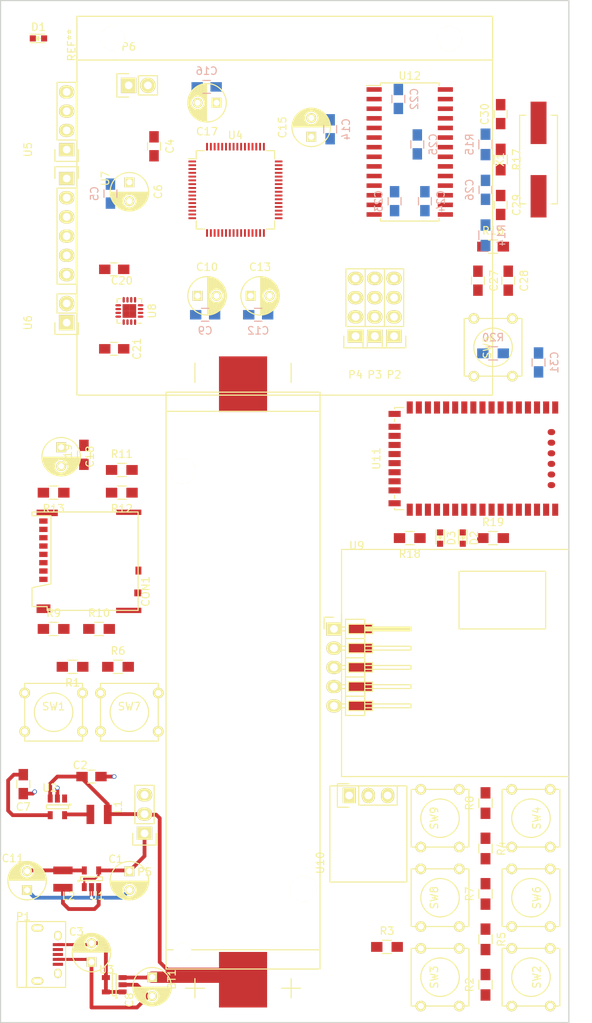
<source format=kicad_pcb>
(kicad_pcb (version 4) (host pcbnew 4.0.2-stable)
  (title_block (title "SenseWalk2: Minimalistic version") (rev 1) (company "University of Central Florida\\nSenior Design G23\\nBenoit Brummer\\n\\n\\n"))
  (layers (0 F.Cu signal) (31 B.Cu signal) (34 B.Paste user) (35 F.Paste user) (36 B.SilkS user) (37 F.SilkS user) (38 B.Mask user) (39 F.Mask user) (44 Edge.Cuts user))
  (net 0 "")
  (net 1 GND)
  (net 2 +BATT)
  (net 3 +5V)
  (net 4 +3V3)
  (net 5 PD2_SD-CMD)
  (net 6 PC10_SD-D2)
  (net 7 PC11_SD-D3)
  (net 8 PC12_SD-CK)
  (net 9 PC8_SD-D0)
  (net 10 PC9_SD-D1)
  (net 11 PA15_SD-DET)
  (net 12 "Net-(L2-Pad1)")
  (net 13 /in5)
  (net 14 /in6)
  (net 15 /in7)
  (net 16 /in8)
  (net 17 /in1)
  (net 18 /in2)
  (net 19 /in3)
  (net 20 /in4)
  (net 21 PC13_dbg)
  (net 22 NRST)
  (net 23 PC0_MP3-SCL)
  (net 24 PC1_MP3-SDA)
  (net 25 PC2_MAG-MISO)
  (net 26 PA0_las)
  (net 27 PA1_las)
  (net 28 PA2_UART)
  (net 29 PA3_UART)
  (net 30 PA4_BTpcm-Sync)
  (net 31 PA5_MP3-SCK)
  (net 32 PA6_BT-RTS)
  (net 33 PA7_MP3-SDI)
  (net 34 PC4_BT-RX)
  (net 35 PC5_BT-TX)
  (net 36 PB1_BT-CTS)
  (net 37 PB2_BT-GP2)
  (net 38 PB10_MAG-SPC)
  (net 39 "Net-(D1-Pad2)")
  (net 40 PB12_MAG-INT)
  (net 41 PB13_MAG-TRIG)
  (net 42 PB14_MP3-RST)
  (net 43 PB15_MAG-MOSI)
  (net 44 PC6_MP3-DR)
  (net 45 PA9_GPS-RX)
  (net 46 PA13_dbg)
  (net 47 PA14_dbg)
  (net 48 PB3_BTpcm-CLK)
  (net 49 PB5_BTpcm-IN)
  (net 50 PB7_GPS-TX)
  (net 51 PB9_MAG-CS)
  (net 52 "Net-(P4-Pad4)")
  (net 53 "Net-(P4-Pad1)")
  (net 54 "Net-(P4-Pad2)")
  (net 55 "Net-(C26-Pad1)")
  (net 56 "Net-(C28-Pad1)")
  (net 57 "Net-(C29-Pad1)")
  (net 58 "Net-(C27-Pad1)")
  (net 59 "Net-(D2-Pad2)")
  (net 60 "Net-(D2-Pad1)")
  (net 61 "Net-(D3-Pad2)")
  (net 62 "Net-(D3-Pad1)")
  (net 63 "Net-(P3-Pad1)")
  (net 64 "Net-(P3-Pad2)")
  (net 65 "Net-(P3-Pad3)")
  (net 66 "Net-(P3-Pad4)")
  (net 67 "Net-(L1-Pad2)")
  (net 68 "Net-(C3-Pad2)")
  (net 69 "Net-(C26-Pad2)")
  (net 70 "Net-(C30-Pad1)")
  (net 71 PB0_mic)
  (net 72 PB11_BT-GP9)
  (net 73 x-in-1)
  (net 74 x-in-2)
  (net 75 /3VEN)
  (net 76 /5VEN)
  (module Capacitors_ThroughHole:C_Radial_D5_L11_P2.5 (layer F.Cu) (at 54 155 270)
    (fp_text reference C1 (at -1.6 1.8 540) (layer F.SilkS))
    (fp_text value 10uF)
    (pad 1 thru_hole rect (at 0 0 270) (size 1.3 1.3) (drill 0.8) (layers *.Cu *.Mask F.SilkS) (net 75 /3VEN))
    (pad 2 thru_hole circle (at 2.5 0 270) (size 1.3 1.3) (drill 0.8) (layers *.Cu *.Mask F.SilkS) (net 1 GND))
  )
  (module con-trougnouf:MicroSD (layer F.Cu) (at 42.65 112.05 90)
    (fp_text reference CON1 (at -6 13.5 90) (layer F.SilkS))
    (fp_text value uSD_Card)
    (pad 6 smd rect (at -2.2 0 90) (size 0.7 1.1) (layers F.Cu F.Paste F.Mask) (net 1 GND))
    (pad 3 smd rect (at 1.1 0 90) (size 0.7 1.1) (layers F.Cu F.Paste F.Mask) (net 5 PD2_SD-CMD))
    (pad ~ smd rect (at 4.38 0.5 90) (size 0.86 2.8) (layers F.Cu F.Paste F.Mask))
    (pad 1 smd rect (at 3.3 0 90) (size 0.7 1.1) (layers F.Cu F.Paste F.Mask) (net 6 PC10_SD-D2))
    (pad 2 smd rect (at 2.2 0 90) (size 0.7 1.1) (layers F.Cu F.Paste F.Mask) (net 7 PC11_SD-D3))
    (pad 4 smd rect (at 0 0 90) (size 0.7 1.1) (layers F.Cu F.Paste F.Mask) (net 4 +3V3))
    (pad 5 smd rect (at -1.1 0 90) (size 0.7 1.1) (layers F.Cu F.Paste F.Mask) (net 8 PC12_SD-CK))
    (pad 7 smd rect (at -3.3 0 90) (size 0.7 1.1) (layers F.Cu F.Paste F.Mask) (net 9 PC8_SD-D0))
    (pad 8 smd rect (at -4.4 0 90) (size 0.7 1.1) (layers F.Cu F.Paste F.Mask) (net 10 PC9_SD-D1))
    (pad ~ smd rect (at -8.28 0.015 90) (size 1.14 1.83) (layers F.Cu F.Paste F.Mask))
    (pad ~ smd rect (at -8.5 11.265 90) (size 0.7 3.33) (layers F.Cu F.Paste F.Mask))
    (pad 6 smd rect (at -6.19 12.465 90) (size 0.9 0.93) (layers F.Cu F.Paste F.Mask) (net 1 GND))
    (pad 9 smd rect (at -3.24 12.54 90) (size 1.05 0.78) (layers F.Cu F.Paste F.Mask) (net 11 PA15_SD-DET))
    (pad ~ smd rect (at 4.46 11.265 90) (size 0.7 3.33) (layers F.Cu F.Paste F.Mask))
  )
  (module BT:RN-52 (layer F.Cu) (at 102 100.5 270)
    (fp_text reference U11 (at 0 15.4 270) (layer F.SilkS))
    (fp_text value RN-52)
    (pad 28 smd rect (at 6.75 11 270) (size 1.6 0.8) (layers F.Cu F.Paste F.Mask))
    (pad 27 smd rect (at 5.9 13 270) (size 0.8 1.6) (layers F.Cu F.Paste F.Mask) (net 1 GND))
    (pad 19 smd rect (at -4.2 13 270) (size 0.8 1.6) (layers F.Cu F.Paste F.Mask))
    (pad 1 smd rect (at -6.75 -8.2 270) (size 1.6 0.8) (layers F.Cu F.Paste F.Mask) (net 1 GND))
    (pad 2 smd rect (at -6.75 -7 270) (size 1.6 0.8) (layers F.Cu F.Paste F.Mask) (net 37 PB2_BT-GP2))
    (pad 3 smd rect (at -6.75 -5.8 270) (size 1.6 0.8) (layers F.Cu F.Paste F.Mask))
    (pad 4 smd rect (at -6.75 -4.6 270) (size 1.6 0.8) (layers F.Cu F.Paste F.Mask))
    (pad 5 smd rect (at -6.75 -3.4 270) (size 1.6 0.8) (layers F.Cu F.Paste F.Mask))
    (pad 6 smd rect (at -6.75 -2.2 270) (size 1.6 0.8) (layers F.Cu F.Paste F.Mask))
    (pad 7 smd rect (at -6.75 -1 270) (size 1.6 0.8) (layers F.Cu F.Paste F.Mask))
    (pad 8 smd rect (at -6.75 0.2 270) (size 1.6 0.8) (layers F.Cu F.Paste F.Mask))
    (pad 9 smd rect (at -6.75 1.4 270) (size 1.6 0.8) (layers F.Cu F.Paste F.Mask))
    (pad 10 smd rect (at -6.75 2.6 270) (size 1.6 0.8) (layers F.Cu F.Paste F.Mask))
    (pad 11 smd rect (at -6.75 3.8 270) (size 1.6 0.8) (layers F.Cu F.Paste F.Mask) (net 72 PB11_BT-GP9))
    (pad 12 smd rect (at -6.75 5 270) (size 1.6 0.8) (layers F.Cu F.Paste F.Mask))
    (pad 13 smd rect (at -6.75 6.2 270) (size 1.6 0.8) (layers F.Cu F.Paste F.Mask))
    (pad 14 smd rect (at -6.75 7.4 270) (size 1.6 0.8) (layers F.Cu F.Paste F.Mask) (net 32 PA6_BT-RTS))
    (pad 15 smd rect (at -6.75 8.6 270) (size 1.6 0.8) (layers F.Cu F.Paste F.Mask) (net 36 PB1_BT-CTS))
    (pad 16 smd rect (at -6.75 9.8 270) (size 1.6 0.8) (layers F.Cu F.Paste F.Mask) (net 35 PC5_BT-TX))
    (pad 17 smd rect (at -6.75 11 270) (size 1.6 0.8) (layers F.Cu F.Paste F.Mask) (net 34 PC4_BT-RX))
    (pad 18 smd rect (at -5.9 13 270) (size 0.8 1.6) (layers F.Cu F.Paste F.Mask) (net 1 GND))
    (pad 20 smd rect (at -3 13 270) (size 0.8 1.6) (layers F.Cu F.Paste F.Mask))
    (pad 21 smd rect (at -1.8 13 270) (size 0.8 1.6) (layers F.Cu F.Paste F.Mask) (net 4 +3V3))
    (pad 22 smd rect (at -0.6 13 270) (size 0.8 1.6) (layers F.Cu F.Paste F.Mask) (net 4 +3V3))
    (pad 23 smd rect (at 0.6 13 270) (size 0.8 1.6) (layers F.Cu F.Paste F.Mask) (net 66 "Net-(P3-Pad4)"))
    (pad 24 smd rect (at 1.8 13 270) (size 0.8 1.6) (layers F.Cu F.Paste F.Mask) (net 65 "Net-(P3-Pad3)"))
    (pad 25 smd rect (at 3 13 270) (size 0.8 1.6) (layers F.Cu F.Paste F.Mask) (net 64 "Net-(P3-Pad2)"))
    (pad 26 smd rect (at 4.2 13 270) (size 0.8 1.6) (layers F.Cu F.Paste F.Mask) (net 63 "Net-(P3-Pad1)"))
    (pad 29 smd rect (at 6.75 9.8 270) (size 1.6 0.8) (layers F.Cu F.Paste F.Mask))
    (pad 30 smd rect (at 6.75 8.6 270) (size 1.6 0.8) (layers F.Cu F.Paste F.Mask))
    (pad 31 smd rect (at 6.75 7.4 270) (size 1.6 0.8) (layers F.Cu F.Paste F.Mask))
    (pad 32 smd rect (at 6.75 6.2 270) (size 1.6 0.8) (layers F.Cu F.Paste F.Mask) (net 62 "Net-(D3-Pad1)"))
    (pad 33 smd rect (at 6.75 5 270) (size 1.6 0.8) (layers F.Cu F.Paste F.Mask) (net 60 "Net-(D2-Pad1)"))
    (pad 34 smd rect (at 6.75 3.8 270) (size 1.6 0.8) (layers F.Cu F.Paste F.Mask))
    (pad 35 smd rect (at 6.75 2.6 270) (size 1.6 0.8) (layers F.Cu F.Paste F.Mask))
    (pad 36 smd rect (at 6.75 1.4 270) (size 1.6 0.8) (layers F.Cu F.Paste F.Mask))
    (pad 37 smd rect (at 6.75 0.2 270) (size 1.6 0.8) (layers F.Cu F.Paste F.Mask))
    (pad 38 smd rect (at 6.75 -1 270) (size 1.6 0.8) (layers F.Cu F.Paste F.Mask))
    (pad 39 smd rect (at 6.75 -2.2 270) (size 1.6 0.8) (layers F.Cu F.Paste F.Mask) (net 1 GND))
    (pad 40 smd rect (at 6.75 -3.4 270) (size 1.6 0.8) (layers F.Cu F.Paste F.Mask))
    (pad 41 smd rect (at 6.75 -4.6 270) (size 1.6 0.8) (layers F.Cu F.Paste F.Mask))
    (pad 42 smd rect (at 6.75 -5.8 270) (size 1.6 0.8) (layers F.Cu F.Paste F.Mask))
    (pad 43 smd rect (at 6.75 -7 270) (size 1.6 0.8) (layers F.Cu F.Paste F.Mask))
    (pad 44 smd rect (at 6.75 -8.2 270) (size 1.6 0.8) (layers F.Cu F.Paste F.Mask) (net 1 GND))
    (pad 45 smd oval (at 3.5 -7.7 270) (size 0.8 1) (layers F.Cu F.Paste F.Mask) (net 1 GND))
    (pad 46 smd oval (at 2.1 -7.7 270) (size 0.8 1) (layers F.Cu F.Paste F.Mask) (net 1 GND))
    (pad 47 smd oval (at 0.7 -7.7 270) (size 0.8 1) (layers F.Cu F.Paste F.Mask) (net 1 GND))
    (pad 48 smd oval (at -0.7 -7.7 270) (size 0.8 1) (layers F.Cu F.Paste F.Mask) (net 1 GND))
    (pad 49 smd oval (at -2.1 -7.7 270) (size 0.8 1) (layers F.Cu F.Paste F.Mask) (net 1 GND))
    (pad 50 smd oval (at -3.5 -7.7 270) (size 0.8 1) (layers F.Cu F.Paste F.Mask) (net 1 GND))
  )
  (module con-trougnouf:18650BatteryHolder (layer F.Cu) (at 69 173 270)
    (fp_text reference BT1 (at -3.7 9.4 270) (layer F.SilkS))
    (fp_text value Battery)
    (pad "" np_thru_hole oval (at -70.87 8 270) (size 3.45 3.45) (drill 3.45) (layers *.Cu *.Mask F.SilkS))
    (pad 1 smd rect (at -3.67 0 270) (size 7.34 6.35) (layers F.Cu F.Paste F.Mask) (net 2 +BATT))
    (pad 2 smd rect (at -82.33 0 270) (size 7.34 6.35) (layers F.Cu F.Paste F.Mask) (net 1 GND))
    (pad "" np_thru_hole oval (at -7.34 8 270) (size 2.39 2.39) (drill 2.39) (layers *.Cu *.Mask F.SilkS))
    (pad "" np_thru_hole oval (at -15.67 -8 270) (size 3.45 3.45) (drill 3.45) (layers *.Cu *.Mask F.SilkS))
  )
  (module Capacitors_ThroughHole:C_Radial_D5_L11_P2.5 (layer F.Cu) (at 49 167 90)
    (fp_text reference C3 (at 4 -2 180) (layer F.SilkS))
    (fp_text value 1uF)
    (pad 1 thru_hole rect (at 0 0 90) (size 1.3 1.3) (drill 0.8) (layers *.Cu *.Mask F.SilkS) (net 1 GND))
    (pad 2 thru_hole circle (at 2.5 0 90) (size 1.3 1.3) (drill 0.8) (layers *.Cu *.Mask F.SilkS) (net 68 "Net-(C3-Pad2)"))
  )
  (module Capacitors_SMD:C_0805_HandSoldering (layer F.Cu) (at 57.25 59.25 270)
    (fp_text reference C4 (at 0 -2.1 270) (layer F.SilkS))
    (fp_text value 0.1uF)
    (pad 1 smd rect (at -1.25 0 270) (size 1.5 1.25) (layers F.Cu F.Paste F.Mask) (net 1 GND))
    (pad 2 smd rect (at 1.25 0 270) (size 1.5 1.25) (layers F.Cu F.Paste F.Mask) (net 4 +3V3))
  )
  (module Capacitors_ThroughHole:C_Radial_D5_L11_P2.5 (layer F.Cu) (at 54 64 270)
    (fp_text reference C6 (at 1.25 -3.8 270) (layer F.SilkS))
    (fp_text value 4.7uF)
    (pad 1 thru_hole rect (at 0 0 270) (size 1.3 1.3) (drill 0.8) (layers *.Cu *.Mask F.SilkS) (net 1 GND))
    (pad 2 thru_hole circle (at 2.5 0 270) (size 1.3 1.3) (drill 0.8) (layers *.Cu *.Mask F.SilkS) (net 4 +3V3))
  )
  (module Capacitors_SMD:C_0805_HandSoldering (layer F.Cu) (at 40 143.5 270)
    (fp_text reference C7 (at 3 0 360) (layer F.SilkS))
    (fp_text value 10uF)
    (pad 1 smd rect (at -1.25 0 270) (size 1.5 1.25) (layers F.Cu F.Paste F.Mask) (net 3 +5V))
    (pad 2 smd rect (at 1.25 0 270) (size 1.5 1.25) (layers F.Cu F.Paste F.Mask) (net 1 GND))
  )
  (module Capacitors_ThroughHole:C_Radial_D5_L11_P2.5 (layer F.Cu) (at 57 169 270)
    (fp_text reference C8 (at 3 3 270) (layer F.SilkS))
    (fp_text value 1uF)
    (pad 1 thru_hole rect (at 0 0 270) (size 1.3 1.3) (drill 0.8) (layers *.Cu *.Mask F.SilkS) (net 2 +BATT))
    (pad 2 thru_hole circle (at 2.5 0 270) (size 1.3 1.3) (drill 0.8) (layers *.Cu *.Mask F.SilkS) (net 1 GND))
  )
  (module Capacitors_ThroughHole:C_Radial_D5_L11_P2.5 (layer F.Cu) (at 63 79)
    (fp_text reference C10 (at 1.25 -3.8) (layer F.SilkS))
    (fp_text value 4.7uF)
    (pad 1 thru_hole rect (at 0 0) (size 1.3 1.3) (drill 0.8) (layers *.Cu *.Mask F.SilkS) (net 1 GND))
    (pad 2 thru_hole circle (at 2.5 0) (size 1.3 1.3) (drill 0.8) (layers *.Cu *.Mask F.SilkS) (net 4 +3V3))
  )
  (module Capacitors_ThroughHole:C_Radial_D5_L11_P2.5 (layer F.Cu) (at 65.5 53.5 180)
    (fp_text reference C17 (at 1.25 -3.8 180) (layer F.SilkS))
    (fp_text value 4.7uF)
    (pad 1 thru_hole rect (at 0 0 180) (size 1.3 1.3) (drill 0.8) (layers *.Cu *.Mask F.SilkS) (net 1 GND))
    (pad 2 thru_hole circle (at 2.5 0 180) (size 1.3 1.3) (drill 0.8) (layers *.Cu *.Mask F.SilkS) (net 4 +3V3))
  )
  (module Inductors_NEOSID:Neosid_Inductor_SM-NE29_SMD1008 (layer F.Cu) (at 50 147.5 180)
    (fp_text reference L1 (at -2.5 1 450) (layer F.SilkS))
    (fp_text value 4.7uH)
    (pad 2 smd rect (at 1.14554 0 180) (size 1.02108 2.54) (layers F.Cu F.Paste F.Mask) (net 67 "Net-(L1-Pad2)"))
    (pad 1 smd rect (at -1.14554 0 180) (size 1.02108 2.54) (layers F.Cu F.Paste F.Mask) (net 2 +BATT))
  )
  (module Inductors_NEOSID:Neosid_Inductor_SM-NE29_SMD1008 (layer F.Cu) (at 45.23 156.04 90)
    (fp_text reference L2 (at -2.25 0.75 180) (layer F.SilkS))
    (fp_text value 4.7uH)
    (pad 2 smd rect (at 1.14554 0 90) (size 1.02108 2.54) (layers F.Cu F.Paste F.Mask) (net 4 +3V3))
    (pad 1 smd rect (at -1.14554 0 90) (size 1.02108 2.54) (layers F.Cu F.Paste F.Mask) (net 12 "Net-(L2-Pad1)"))
  )
  (module Connect:USB_Micro-B (layer F.Cu) (at 43 166 270)
    (fp_text reference P1 (at -5 3 360) (layer F.SilkS))
    (fp_text value USB_B)
    (pad 1 smd rect (at -1.3009 -1.56254) (size 1.35 0.4) (layers F.Cu F.Paste F.Mask) (net 68 "Net-(C3-Pad2)"))
    (pad 2 smd rect (at -0.6509 -1.56254) (size 1.35 0.4) (layers F.Cu F.Paste F.Mask))
    (pad 3 smd rect (at -0.0009 -1.56254) (size 1.35 0.4) (layers F.Cu F.Paste F.Mask))
    (pad 4 smd rect (at 0.6491 -1.56254) (size 1.35 0.4) (layers F.Cu F.Paste F.Mask) (net 1 GND))
    (pad 5 smd rect (at 1.2991 -1.56254) (size 1.35 0.4) (layers F.Cu F.Paste F.Mask))
    (pad 6 thru_hole oval (at -2.5009 -1.56254) (size 0.95 1.25) (drill oval 0.55 0.85) (layers *.Cu *.Mask F.SilkS))
    (pad 6 thru_hole oval (at 2.4991 -1.56254) (size 0.95 1.25) (drill oval 0.55 0.85) (layers *.Cu *.Mask F.SilkS))
    (pad 6 thru_hole oval (at -3.5009 1.13746) (size 1.55 1) (drill oval 1.15 0.5) (layers *.Cu *.Mask F.SilkS))
    (pad 6 thru_hole oval (at 3.4991 1.13746) (size 1.55 1) (drill oval 1.15 0.5) (layers *.Cu *.Mask F.SilkS))
  )
  (module Buttons_Switches_ThroughHole:SW_PUSH_SMALL (layer F.Cu) (at 44 134)
    (fp_text reference SW1 (at 0 -0.762) (layer F.SilkS))
    (fp_text value SW_PUSH)
    (pad 1 thru_hole circle (at 3.81 -2.54) (size 1.397 1.397) (drill 0.8128) (layers *.Cu *.Mask F.SilkS) (net 13 /in5))
    (pad 2 thru_hole circle (at 3.81 2.54) (size 1.397 1.397) (drill 0.8128) (layers *.Cu *.Mask F.SilkS) (net 4 +3V3))
    (pad 1 thru_hole circle (at -3.81 -2.54) (size 1.397 1.397) (drill 0.8128) (layers *.Cu *.Mask F.SilkS) (net 13 /in5))
    (pad 2 thru_hole circle (at -3.81 2.54) (size 1.397 1.397) (drill 0.8128) (layers *.Cu *.Mask F.SilkS) (net 4 +3V3))
  )
  (module Buttons_Switches_ThroughHole:SW_PUSH_SMALL (layer F.Cu) (at 107 169 270)
    (fp_text reference SW2 (at 0 -0.762 270) (layer F.SilkS))
    (fp_text value SW_PUSH)
    (pad 1 thru_hole circle (at 3.81 -2.54 270) (size 1.397 1.397) (drill 0.8128) (layers *.Cu *.Mask F.SilkS) (net 14 /in6))
    (pad 2 thru_hole circle (at 3.81 2.54 270) (size 1.397 1.397) (drill 0.8128) (layers *.Cu *.Mask F.SilkS) (net 4 +3V3))
    (pad 1 thru_hole circle (at -3.81 -2.54 270) (size 1.397 1.397) (drill 0.8128) (layers *.Cu *.Mask F.SilkS) (net 14 /in6))
    (pad 2 thru_hole circle (at -3.81 2.54 270) (size 1.397 1.397) (drill 0.8128) (layers *.Cu *.Mask F.SilkS) (net 4 +3V3))
  )
  (module Buttons_Switches_ThroughHole:SW_PUSH_SMALL (layer F.Cu) (at 95 169 90)
    (fp_text reference SW3 (at 0 -0.762 90) (layer F.SilkS))
    (fp_text value SW_PUSH)
    (pad 1 thru_hole circle (at 3.81 -2.54 90) (size 1.397 1.397) (drill 0.8128) (layers *.Cu *.Mask F.SilkS) (net 15 /in7))
    (pad 2 thru_hole circle (at 3.81 2.54 90) (size 1.397 1.397) (drill 0.8128) (layers *.Cu *.Mask F.SilkS) (net 4 +3V3))
    (pad 1 thru_hole circle (at -3.81 -2.54 90) (size 1.397 1.397) (drill 0.8128) (layers *.Cu *.Mask F.SilkS) (net 15 /in7))
    (pad 2 thru_hole circle (at -3.81 2.54 90) (size 1.397 1.397) (drill 0.8128) (layers *.Cu *.Mask F.SilkS) (net 4 +3V3))
  )
  (module Buttons_Switches_ThroughHole:SW_PUSH_SMALL (layer F.Cu) (at 107 148 270)
    (fp_text reference SW4 (at 0 -0.762 270) (layer F.SilkS))
    (fp_text value SW_PUSH)
    (pad 1 thru_hole circle (at 3.81 -2.54 270) (size 1.397 1.397) (drill 0.8128) (layers *.Cu *.Mask F.SilkS) (net 16 /in8))
    (pad 2 thru_hole circle (at 3.81 2.54 270) (size 1.397 1.397) (drill 0.8128) (layers *.Cu *.Mask F.SilkS) (net 4 +3V3))
    (pad 1 thru_hole circle (at -3.81 -2.54 270) (size 1.397 1.397) (drill 0.8128) (layers *.Cu *.Mask F.SilkS) (net 16 /in8))
    (pad 2 thru_hole circle (at -3.81 2.54 270) (size 1.397 1.397) (drill 0.8128) (layers *.Cu *.Mask F.SilkS) (net 4 +3V3))
  )
  (module Buttons_Switches_ThroughHole:SW_PUSH_SMALL (layer F.Cu) (at 107 158.5 270)
    (fp_text reference SW6 (at 0 -0.762 270) (layer F.SilkS))
    (fp_text value SW_PUSH)
    (pad 1 thru_hole circle (at 3.81 -2.54 270) (size 1.397 1.397) (drill 0.8128) (layers *.Cu *.Mask F.SilkS) (net 17 /in1))
    (pad 2 thru_hole circle (at 3.81 2.54 270) (size 1.397 1.397) (drill 0.8128) (layers *.Cu *.Mask F.SilkS) (net 4 +3V3))
    (pad 1 thru_hole circle (at -3.81 -2.54 270) (size 1.397 1.397) (drill 0.8128) (layers *.Cu *.Mask F.SilkS) (net 17 /in1))
    (pad 2 thru_hole circle (at -3.81 2.54 270) (size 1.397 1.397) (drill 0.8128) (layers *.Cu *.Mask F.SilkS) (net 4 +3V3))
  )
  (module Buttons_Switches_ThroughHole:SW_PUSH_SMALL (layer F.Cu) (at 54 134)
    (fp_text reference SW7 (at 0 -0.762) (layer F.SilkS))
    (fp_text value SW_PUSH)
    (pad 1 thru_hole circle (at 3.81 -2.54) (size 1.397 1.397) (drill 0.8128) (layers *.Cu *.Mask F.SilkS) (net 18 /in2))
    (pad 2 thru_hole circle (at 3.81 2.54) (size 1.397 1.397) (drill 0.8128) (layers *.Cu *.Mask F.SilkS) (net 4 +3V3))
    (pad 1 thru_hole circle (at -3.81 -2.54) (size 1.397 1.397) (drill 0.8128) (layers *.Cu *.Mask F.SilkS) (net 18 /in2))
    (pad 2 thru_hole circle (at -3.81 2.54) (size 1.397 1.397) (drill 0.8128) (layers *.Cu *.Mask F.SilkS) (net 4 +3V3))
  )
  (module Buttons_Switches_ThroughHole:SW_PUSH_SMALL (layer F.Cu) (at 95 158.5 90)
    (fp_text reference SW8 (at 0 -0.762 90) (layer F.SilkS))
    (fp_text value SW_PUSH)
    (pad 1 thru_hole circle (at 3.81 -2.54 90) (size 1.397 1.397) (drill 0.8128) (layers *.Cu *.Mask F.SilkS) (net 19 /in3))
    (pad 2 thru_hole circle (at 3.81 2.54 90) (size 1.397 1.397) (drill 0.8128) (layers *.Cu *.Mask F.SilkS) (net 4 +3V3))
    (pad 1 thru_hole circle (at -3.81 -2.54 90) (size 1.397 1.397) (drill 0.8128) (layers *.Cu *.Mask F.SilkS) (net 19 /in3))
    (pad 2 thru_hole circle (at -3.81 2.54 90) (size 1.397 1.397) (drill 0.8128) (layers *.Cu *.Mask F.SilkS) (net 4 +3V3))
  )
  (module Buttons_Switches_ThroughHole:SW_PUSH_SMALL (layer F.Cu) (at 95 148 90)
    (fp_text reference SW9 (at 0 -0.762 90) (layer F.SilkS))
    (fp_text value SW_PUSH)
    (pad 1 thru_hole circle (at 3.81 -2.54 90) (size 1.397 1.397) (drill 0.8128) (layers *.Cu *.Mask F.SilkS) (net 20 /in4))
    (pad 2 thru_hole circle (at 3.81 2.54 90) (size 1.397 1.397) (drill 0.8128) (layers *.Cu *.Mask F.SilkS) (net 4 +3V3))
    (pad 1 thru_hole circle (at -3.81 -2.54 90) (size 1.397 1.397) (drill 0.8128) (layers *.Cu *.Mask F.SilkS) (net 20 /in4))
    (pad 2 thru_hole circle (at -3.81 2.54 90) (size 1.397 1.397) (drill 0.8128) (layers *.Cu *.Mask F.SilkS) (net 4 +3V3))
  )
  (module TO_SOT_Packages_SMD:SOT-23-5 (layer F.Cu) (at 44.5 146.5 270)
    (fp_text reference U2 (at -2.5 1 360) (layer F.SilkS))
    (fp_text value XC9140)
    (pad 1 smd rect (at -1.1 -0.95 270) (size 1.06 0.65) (layers F.Cu F.Paste F.Mask) (net 76 /5VEN))
    (pad 2 smd rect (at -1.1 0 270) (size 1.06 0.65) (layers F.Cu F.Paste F.Mask) (net 1 GND))
    (pad 3 smd rect (at -1.1 0.95 270) (size 1.06 0.65) (layers F.Cu F.Paste F.Mask) (net 2 +BATT))
    (pad 4 smd rect (at 1.1 0.95 270) (size 1.06 0.65) (layers F.Cu F.Paste F.Mask) (net 3 +5V))
    (pad 5 smd rect (at 1.1 -0.95 270) (size 1.06 0.65) (layers F.Cu F.Paste F.Mask) (net 67 "Net-(L1-Pad2)"))
  )
  (module TO_SOT_Packages_SMD:SOT-23-5 (layer F.Cu) (at 52 170 180)
    (fp_text reference U3 (at 1 2 180) (layer F.SilkS))
    (fp_text value MCP73811/2)
    (pad 1 smd rect (at -1.1 -0.95 180) (size 1.06 0.65) (layers F.Cu F.Paste F.Mask) (net 68 "Net-(C3-Pad2)"))
    (pad 2 smd rect (at -1.1 0 180) (size 1.06 0.65) (layers F.Cu F.Paste F.Mask) (net 1 GND))
    (pad 3 smd rect (at -1.1 0.95 180) (size 1.06 0.65) (layers F.Cu F.Paste F.Mask) (net 2 +BATT))
    (pad 4 smd rect (at 1.1 0.95 180) (size 1.06 0.65) (layers F.Cu F.Paste F.Mask) (net 68 "Net-(C3-Pad2)"))
    (pad 5 smd rect (at 1.1 -0.95 180) (size 1.06 0.65) (layers F.Cu F.Paste F.Mask) (net 68 "Net-(C3-Pad2)"))
  )
  (module Housings_QFP:LQFP-64_10x10mm_Pitch0.5mm (layer F.Cu) (at 68 65)
    (fp_text reference U4 (at 0 -7.2) (layer F.SilkS))
    (fp_text value STM32L476R)
    (pad 1 smd rect (at -5.7 -3.75) (size 1 0.25) (layers F.Cu F.Paste F.Mask) (net 4 +3V3))
    (pad 2 smd rect (at -5.7 -3.25) (size 1 0.25) (layers F.Cu F.Paste F.Mask) (net 21 PC13_dbg))
    (pad 3 smd rect (at -5.7 -2.75) (size 1 0.25) (layers F.Cu F.Paste F.Mask) (net 13 /in5))
    (pad 4 smd rect (at -5.7 -2.25) (size 1 0.25) (layers F.Cu F.Paste F.Mask) (net 14 /in6))
    (pad 5 smd rect (at -5.7 -1.75) (size 1 0.25) (layers F.Cu F.Paste F.Mask) (net 15 /in7))
    (pad 6 smd rect (at -5.7 -1.25) (size 1 0.25) (layers F.Cu F.Paste F.Mask) (net 16 /in8))
    (pad 7 smd rect (at -5.7 -0.75) (size 1 0.25) (layers F.Cu F.Paste F.Mask) (net 22 NRST))
    (pad 8 smd rect (at -5.7 -0.25) (size 1 0.25) (layers F.Cu F.Paste F.Mask) (net 23 PC0_MP3-SCL))
    (pad 9 smd rect (at -5.7 0.25) (size 1 0.25) (layers F.Cu F.Paste F.Mask) (net 24 PC1_MP3-SDA))
    (pad 10 smd rect (at -5.7 0.75) (size 1 0.25) (layers F.Cu F.Paste F.Mask) (net 25 PC2_MAG-MISO))
    (pad 11 smd rect (at -5.7 1.25) (size 1 0.25) (layers F.Cu F.Paste F.Mask))
    (pad 12 smd rect (at -5.7 1.75) (size 1 0.25) (layers F.Cu F.Paste F.Mask) (net 1 GND))
    (pad 13 smd rect (at -5.7 2.25) (size 1 0.25) (layers F.Cu F.Paste F.Mask) (net 4 +3V3))
    (pad 14 smd rect (at -5.7 2.75) (size 1 0.25) (layers F.Cu F.Paste F.Mask) (net 26 PA0_las))
    (pad 15 smd rect (at -5.7 3.25) (size 1 0.25) (layers F.Cu F.Paste F.Mask) (net 27 PA1_las))
    (pad 16 smd rect (at -5.7 3.75) (size 1 0.25) (layers F.Cu F.Paste F.Mask) (net 28 PA2_UART))
    (pad 17 smd rect (at -3.75 5.7 90) (size 1 0.25) (layers F.Cu F.Paste F.Mask) (net 29 PA3_UART))
    (pad 18 smd rect (at -3.25 5.7 90) (size 1 0.25) (layers F.Cu F.Paste F.Mask) (net 1 GND))
    (pad 19 smd rect (at -2.75 5.7 90) (size 1 0.25) (layers F.Cu F.Paste F.Mask) (net 4 +3V3))
    (pad 20 smd rect (at -2.25 5.7 90) (size 1 0.25) (layers F.Cu F.Paste F.Mask) (net 30 PA4_BTpcm-Sync))
    (pad 21 smd rect (at -1.75 5.7 90) (size 1 0.25) (layers F.Cu F.Paste F.Mask) (net 31 PA5_MP3-SCK))
    (pad 22 smd rect (at -1.25 5.7 90) (size 1 0.25) (layers F.Cu F.Paste F.Mask) (net 32 PA6_BT-RTS))
    (pad 23 smd rect (at -0.75 5.7 90) (size 1 0.25) (layers F.Cu F.Paste F.Mask) (net 33 PA7_MP3-SDI))
    (pad 24 smd rect (at -0.25 5.7 90) (size 1 0.25) (layers F.Cu F.Paste F.Mask) (net 34 PC4_BT-RX))
    (pad 25 smd rect (at 0.25 5.7 90) (size 1 0.25) (layers F.Cu F.Paste F.Mask) (net 35 PC5_BT-TX))
    (pad 26 smd rect (at 0.75 5.7 90) (size 1 0.25) (layers F.Cu F.Paste F.Mask) (net 71 PB0_mic))
    (pad 27 smd rect (at 1.25 5.7 90) (size 1 0.25) (layers F.Cu F.Paste F.Mask) (net 36 PB1_BT-CTS))
    (pad 28 smd rect (at 1.75 5.7 90) (size 1 0.25) (layers F.Cu F.Paste F.Mask) (net 37 PB2_BT-GP2))
    (pad 29 smd rect (at 2.25 5.7 90) (size 1 0.25) (layers F.Cu F.Paste F.Mask) (net 38 PB10_MAG-SPC))
    (pad 30 smd rect (at 2.75 5.7 90) (size 1 0.25) (layers F.Cu F.Paste F.Mask) (net 72 PB11_BT-GP9))
    (pad 31 smd rect (at 3.25 5.7 90) (size 1 0.25) (layers F.Cu F.Paste F.Mask) (net 1 GND))
    (pad 32 smd rect (at 3.75 5.7 90) (size 1 0.25) (layers F.Cu F.Paste F.Mask) (net 4 +3V3))
    (pad 33 smd rect (at 5.7 3.75) (size 1 0.25) (layers F.Cu F.Paste F.Mask) (net 40 PB12_MAG-INT))
    (pad 34 smd rect (at 5.7 3.25) (size 1 0.25) (layers F.Cu F.Paste F.Mask) (net 41 PB13_MAG-TRIG))
    (pad 35 smd rect (at 5.7 2.75) (size 1 0.25) (layers F.Cu F.Paste F.Mask) (net 42 PB14_MP3-RST))
    (pad 36 smd rect (at 5.7 2.25) (size 1 0.25) (layers F.Cu F.Paste F.Mask) (net 43 PB15_MAG-MOSI))
    (pad 37 smd rect (at 5.7 1.75) (size 1 0.25) (layers F.Cu F.Paste F.Mask) (net 44 PC6_MP3-DR))
    (pad 38 smd rect (at 5.7 1.25) (size 1 0.25) (layers F.Cu F.Paste F.Mask) (net 76 /5VEN))
    (pad 39 smd rect (at 5.7 0.75) (size 1 0.25) (layers F.Cu F.Paste F.Mask) (net 9 PC8_SD-D0))
    (pad 40 smd rect (at 5.7 0.25) (size 1 0.25) (layers F.Cu F.Paste F.Mask) (net 10 PC9_SD-D1))
    (pad 41 smd rect (at 5.7 -0.25) (size 1 0.25) (layers F.Cu F.Paste F.Mask) (net 17 /in1))
    (pad 42 smd rect (at 5.7 -0.75) (size 1 0.25) (layers F.Cu F.Paste F.Mask) (net 45 PA9_GPS-RX))
    (pad 43 smd rect (at 5.7 -1.25) (size 1 0.25) (layers F.Cu F.Paste F.Mask) (net 18 /in2))
    (pad 44 smd rect (at 5.7 -1.75) (size 1 0.25) (layers F.Cu F.Paste F.Mask) (net 19 /in3))
    (pad 45 smd rect (at 5.7 -2.25) (size 1 0.25) (layers F.Cu F.Paste F.Mask) (net 20 /in4))
    (pad 46 smd rect (at 5.7 -2.75) (size 1 0.25) (layers F.Cu F.Paste F.Mask) (net 46 PA13_dbg))
    (pad 47 smd rect (at 5.7 -3.25) (size 1 0.25) (layers F.Cu F.Paste F.Mask) (net 1 GND))
    (pad 48 smd rect (at 5.7 -3.75) (size 1 0.25) (layers F.Cu F.Paste F.Mask) (net 4 +3V3))
    (pad 49 smd rect (at 3.75 -5.7 90) (size 1 0.25) (layers F.Cu F.Paste F.Mask) (net 47 PA14_dbg))
    (pad 50 smd rect (at 3.25 -5.7 90) (size 1 0.25) (layers F.Cu F.Paste F.Mask) (net 11 PA15_SD-DET))
    (pad 51 smd rect (at 2.75 -5.7 90) (size 1 0.25) (layers F.Cu F.Paste F.Mask) (net 6 PC10_SD-D2))
    (pad 52 smd rect (at 2.25 -5.7 90) (size 1 0.25) (layers F.Cu F.Paste F.Mask) (net 7 PC11_SD-D3))
    (pad 53 smd rect (at 1.75 -5.7 90) (size 1 0.25) (layers F.Cu F.Paste F.Mask) (net 8 PC12_SD-CK))
    (pad 54 smd rect (at 1.25 -5.7 90) (size 1 0.25) (layers F.Cu F.Paste F.Mask) (net 5 PD2_SD-CMD))
    (pad 55 smd rect (at 0.75 -5.7 90) (size 1 0.25) (layers F.Cu F.Paste F.Mask) (net 48 PB3_BTpcm-CLK))
    (pad 56 smd rect (at 0.25 -5.7 90) (size 1 0.25) (layers F.Cu F.Paste F.Mask) (net 73 x-in-1))
    (pad 57 smd rect (at -0.25 -5.7 90) (size 1 0.25) (layers F.Cu F.Paste F.Mask) (net 49 PB5_BTpcm-IN))
    (pad 58 smd rect (at -0.75 -5.7 90) (size 1 0.25) (layers F.Cu F.Paste F.Mask) (net 74 x-in-2))
    (pad 59 smd rect (at -1.25 -5.7 90) (size 1 0.25) (layers F.Cu F.Paste F.Mask) (net 50 PB7_GPS-TX))
    (pad 60 smd rect (at -1.75 -5.7 90) (size 1 0.25) (layers F.Cu F.Paste F.Mask))
    (pad 61 smd rect (at -2.25 -5.7 90) (size 1 0.25) (layers F.Cu F.Paste F.Mask) (net 39 "Net-(D1-Pad2)"))
    (pad 62 smd rect (at -2.75 -5.7 90) (size 1 0.25) (layers F.Cu F.Paste F.Mask) (net 51 PB9_MAG-CS))
    (pad 63 smd rect (at -3.25 -5.7 90) (size 1 0.25) (layers F.Cu F.Paste F.Mask) (net 1 GND))
    (pad 64 smd rect (at -3.75 -5.7 90) (size 1 0.25) (layers F.Cu F.Paste F.Mask) (net 4 +3V3))
  )
  (module con-trougnouf:Socket_Strip_Straight_1x04_3467 (layer F.Cu) (at 45.72 59.69 90)
    (fp_text reference U5 (at 0 -5.1 90) (layer F.SilkS))
    (fp_text value Lightware_SF10/A)
    (pad 3 thru_hole rect (at 0 0 90) (size 1.7272 2.032) (drill 1.016) (layers *.Cu *.Mask F.SilkS) (net 27 PA1_las))
    (pad 4 thru_hole oval (at 2.54 0 90) (size 1.7272 2.032) (drill 1.016) (layers *.Cu *.Mask F.SilkS) (net 26 PA0_las))
    (pad 6 thru_hole oval (at 5.08 0 90) (size 1.7272 2.032) (drill 1.016) (layers *.Cu *.Mask F.SilkS) (net 1 GND))
    (pad 7 thru_hole oval (at 7.62 0 90) (size 1.7272 2.032) (drill 1.016) (layers *.Cu *.Mask F.SilkS) (net 3 +5V))
  )
  (module Housings_DFN_QFN:QFN-16-1EP_3x3mm_Pitch0.5mm (layer F.Cu) (at 54 81 180)
    (fp_text reference U8 (at -3 0 270) (layer F.SilkS))
    (fp_text value MLX90393)
    (pad 1 smd oval (at -1.475 -0.75 180) (size 0.75 0.3) (layers F.Cu F.Paste F.Mask) (net 40 PB12_MAG-INT))
    (pad 2 smd oval (at -1.475 -0.25 180) (size 0.75 0.3) (layers F.Cu F.Paste F.Mask) (net 51 PB9_MAG-CS))
    (pad 3 smd oval (at -1.475 0.25 180) (size 0.75 0.3) (layers F.Cu F.Paste F.Mask) (net 38 PB10_MAG-SPC))
    (pad 4 smd oval (at -1.475 0.75 180) (size 0.75 0.3) (layers F.Cu F.Paste F.Mask))
    (pad 5 smd oval (at -0.75 1.475 270) (size 0.75 0.3) (layers F.Cu F.Paste F.Mask) (net 43 PB15_MAG-MOSI))
    (pad 6 smd oval (at -0.25 1.475 270) (size 0.75 0.3) (layers F.Cu F.Paste F.Mask) (net 25 PC2_MAG-MISO))
    (pad 7 smd oval (at 0.25 1.475 270) (size 0.75 0.3) (layers F.Cu F.Paste F.Mask) (net 41 PB13_MAG-TRIG))
    (pad 8 smd oval (at 0.75 1.475 270) (size 0.75 0.3) (layers F.Cu F.Paste F.Mask) (net 4 +3V3))
    (pad 9 smd oval (at 1.475 0.75 180) (size 0.75 0.3) (layers F.Cu F.Paste F.Mask))
    (pad 10 smd oval (at 1.475 0.25 180) (size 0.75 0.3) (layers F.Cu F.Paste F.Mask))
    (pad 11 smd oval (at 1.475 -0.25 180) (size 0.75 0.3) (layers F.Cu F.Paste F.Mask) (net 1 GND))
    (pad 12 smd oval (at 1.475 -0.75 180) (size 0.75 0.3) (layers F.Cu F.Paste F.Mask) (net 1 GND))
    (pad 13 smd oval (at 0.75 -1.475 270) (size 0.75 0.3) (layers F.Cu F.Paste F.Mask) (net 1 GND))
    (pad 14 smd oval (at 0.25 -1.475 270) (size 0.75 0.3) (layers F.Cu F.Paste F.Mask))
    (pad 15 smd oval (at -0.25 -1.475 270) (size 0.75 0.3) (layers F.Cu F.Paste F.Mask) (net 4 +3V3))
    (pad 16 smd oval (at -0.75 -1.475 270) (size 0.75 0.3) (layers F.Cu F.Paste F.Mask))
    (pad 17 smd rect (at 0.45 0.45 180) (size 0.9 0.9) (layers F.Cu F.Paste F.Mask))
    (pad 17 smd rect (at 0.45 -0.45 180) (size 0.9 0.9) (layers F.Cu F.Paste F.Mask))
    (pad 17 smd rect (at -0.45 0.45 180) (size 0.9 0.9) (layers F.Cu F.Paste F.Mask))
    (pad 17 smd rect (at -0.45 -0.45 180) (size 0.9 0.9) (layers F.Cu F.Paste F.Mask))
  )
  (module Housings_SOIC:SOIC-28_7.5x17.9mm_Pitch1.27mm (layer F.Cu) (at 91 60)
    (fp_text reference U12 (at 0 -10.05) (layer F.SilkS))
    (fp_text value STA013)
    (pad 1 smd rect (at -4.7 -8.255) (size 2 0.6) (layers F.Cu F.Paste F.Mask) (net 4 +3V3))
    (pad 2 smd rect (at -4.7 -6.985) (size 2 0.6) (layers F.Cu F.Paste F.Mask) (net 1 GND))
    (pad 3 smd rect (at -4.7 -5.715) (size 2 0.6) (layers F.Cu F.Paste F.Mask) (net 24 PC1_MP3-SDA))
    (pad 4 smd rect (at -4.7 -4.445) (size 2 0.6) (layers F.Cu F.Paste F.Mask) (net 23 PC0_MP3-SCL))
    (pad 5 smd rect (at -4.7 -3.175) (size 2 0.6) (layers F.Cu F.Paste F.Mask) (net 33 PA7_MP3-SDI))
    (pad 6 smd rect (at -4.7 -1.905) (size 2 0.6) (layers F.Cu F.Paste F.Mask) (net 31 PA5_MP3-SCK))
    (pad 7 smd rect (at -4.7 -0.635) (size 2 0.6) (layers F.Cu F.Paste F.Mask) (net 4 +3V3))
    (pad 8 smd rect (at -4.7 0.635) (size 2 0.6) (layers F.Cu F.Paste F.Mask) (net 4 +3V3))
    (pad 9 smd rect (at -4.7 1.905) (size 2 0.6) (layers F.Cu F.Paste F.Mask) (net 52 "Net-(P4-Pad4)"))
    (pad 10 smd rect (at -4.7 3.175) (size 2 0.6) (layers F.Cu F.Paste F.Mask) (net 53 "Net-(P4-Pad1)"))
    (pad 11 smd rect (at -4.7 4.445) (size 2 0.6) (layers F.Cu F.Paste F.Mask) (net 54 "Net-(P4-Pad2)"))
    (pad 12 smd rect (at -4.7 5.715) (size 2 0.6) (layers F.Cu F.Paste F.Mask))
    (pad 13 smd rect (at -4.7 6.985) (size 2 0.6) (layers F.Cu F.Paste F.Mask) (net 1 GND))
    (pad 14 smd rect (at -4.7 8.255) (size 2 0.6) (layers F.Cu F.Paste F.Mask) (net 4 +3V3))
    (pad 15 smd rect (at 4.7 8.255) (size 2 0.6) (layers F.Cu F.Paste F.Mask) (net 1 GND))
    (pad 16 smd rect (at 4.7 6.985) (size 2 0.6) (layers F.Cu F.Paste F.Mask) (net 4 +3V3))
    (pad 17 smd rect (at 4.7 5.715) (size 2 0.6) (layers F.Cu F.Paste F.Mask) (net 69 "Net-(C26-Pad2)"))
    (pad 18 smd rect (at 4.7 4.445) (size 2 0.6) (layers F.Cu F.Paste F.Mask) (net 55 "Net-(C26-Pad1)"))
    (pad 19 smd rect (at 4.7 3.175) (size 2 0.6) (layers F.Cu F.Paste F.Mask) (net 58 "Net-(C27-Pad1)"))
    (pad 20 smd rect (at 4.7 1.905) (size 2 0.6) (layers F.Cu F.Paste F.Mask) (net 57 "Net-(C29-Pad1)"))
    (pad 21 smd rect (at 4.7 0.635) (size 2 0.6) (layers F.Cu F.Paste F.Mask) (net 70 "Net-(C30-Pad1)"))
    (pad 22 smd rect (at 4.7 -0.635) (size 2 0.6) (layers F.Cu F.Paste F.Mask) (net 1 GND))
    (pad 23 smd rect (at 4.7 -1.905) (size 2 0.6) (layers F.Cu F.Paste F.Mask) (net 4 +3V3))
    (pad 24 smd rect (at 4.7 -3.175) (size 2 0.6) (layers F.Cu F.Paste F.Mask) (net 4 +3V3))
    (pad 25 smd rect (at 4.7 -4.445) (size 2 0.6) (layers F.Cu F.Paste F.Mask) (net 1 GND))
    (pad 26 smd rect (at 4.7 -5.715) (size 2 0.6) (layers F.Cu F.Paste F.Mask) (net 42 PB14_MP3-RST))
    (pad 27 smd rect (at 4.7 -6.985) (size 2 0.6) (layers F.Cu F.Paste F.Mask) (net 1 GND))
    (pad 28 smd rect (at 4.7 -8.255) (size 2 0.6) (layers F.Cu F.Paste F.Mask) (net 44 PC6_MP3-DR))
  )
  (module Capacitors_SMD:C_0805_HandSoldering (layer F.Cu) (at 48 100 90)
    (fp_text reference C19 (at 0 -2.1 90) (layer F.SilkS))
    (fp_text value 0.1uF)
    (pad 1 smd rect (at -1.25 0 90) (size 1.5 1.25) (layers F.Cu F.Paste F.Mask) (net 4 +3V3))
    (pad 2 smd rect (at 1.25 0 90) (size 1.5 1.25) (layers F.Cu F.Paste F.Mask) (net 1 GND))
  )
  (module Capacitors_SMD:C_0805_HandSoldering (layer F.Cu) (at 52 75.5)
    (fp_text reference C20 (at 1 1.5) (layer F.SilkS))
    (fp_text value 0.1uF)
    (pad 1 smd rect (at -1.25 0) (size 1.5 1.25) (layers F.Cu F.Paste F.Mask) (net 1 GND))
    (pad 2 smd rect (at 1.25 0) (size 1.5 1.25) (layers F.Cu F.Paste F.Mask) (net 4 +3V3))
  )
  (module Capacitors_SMD:C_0805_HandSoldering (layer F.Cu) (at 52 86)
    (fp_text reference C21 (at 3 0 90) (layer F.SilkS))
    (fp_text value 0.1uF)
    (pad 1 smd rect (at -1.25 0) (size 1.5 1.25) (layers F.Cu F.Paste F.Mask) (net 1 GND))
    (pad 2 smd rect (at 1.25 0) (size 1.5 1.25) (layers F.Cu F.Paste F.Mask) (net 4 +3V3))
  )
  (module Capacitors_SMD:C_0805_HandSoldering (layer B.Cu) (at 89.5 53 90)
    (fp_text reference C22 (at 0 2.1 90) (layer B.SilkS) (effects (justify mirror)))
    (fp_text value 0.1uF)
    (pad 1 smd rect (at -1.25 0 90) (size 1.5 1.25) (layers B.Cu B.Paste B.Mask) (net 1 GND))
    (pad 2 smd rect (at 1.25 0 90) (size 1.5 1.25) (layers B.Cu B.Paste B.Mask) (net 4 +3V3))
  )
  (module Capacitors_SMD:C_0805_HandSoldering (layer B.Cu) (at 89 66.5 270)
    (fp_text reference C23 (at 0 2.1 270) (layer B.SilkS) (effects (justify mirror)))
    (fp_text value 0.1uF)
    (pad 1 smd rect (at -1.25 0 270) (size 1.5 1.25) (layers B.Cu B.Paste B.Mask) (net 1 GND))
    (pad 2 smd rect (at 1.25 0 270) (size 1.5 1.25) (layers B.Cu B.Paste B.Mask) (net 4 +3V3))
  )
  (module Capacitors_SMD:C_0805_HandSoldering (layer B.Cu) (at 93 66.5 90)
    (fp_text reference C24 (at 0 2.1 90) (layer B.SilkS) (effects (justify mirror)))
    (fp_text value 0.1uF)
    (pad 1 smd rect (at -1.25 0 90) (size 1.5 1.25) (layers B.Cu B.Paste B.Mask) (net 1 GND))
    (pad 2 smd rect (at 1.25 0 90) (size 1.5 1.25) (layers B.Cu B.Paste B.Mask) (net 4 +3V3))
  )
  (module Capacitors_SMD:C_0805_HandSoldering (layer B.Cu) (at 92 59 90)
    (fp_text reference C25 (at 0 2.1 90) (layer B.SilkS) (effects (justify mirror)))
    (fp_text value 0.1uF)
    (pad 1 smd rect (at -1.25 0 90) (size 1.5 1.25) (layers B.Cu B.Paste B.Mask) (net 1 GND))
    (pad 2 smd rect (at 1.25 0 90) (size 1.5 1.25) (layers B.Cu B.Paste B.Mask) (net 4 +3V3))
  )
  (module Capacitors_SMD:C_0805_HandSoldering (layer B.Cu) (at 101 65 270)
    (fp_text reference C26 (at 0 2.1 270) (layer B.SilkS) (effects (justify mirror)))
    (fp_text value 0.1uF)
    (pad 1 smd rect (at -1.25 0 270) (size 1.5 1.25) (layers B.Cu B.Paste B.Mask) (net 55 "Net-(C26-Pad1)"))
    (pad 2 smd rect (at 1.25 0 270) (size 1.5 1.25) (layers B.Cu B.Paste B.Mask) (net 69 "Net-(C26-Pad2)"))
  )
  (module Capacitors_SMD:C_0805_HandSoldering (layer F.Cu) (at 100 77 270)
    (fp_text reference C27 (at 0 -2.1 270) (layer F.SilkS))
    (fp_text value 470pF)
    (pad 1 smd rect (at -1.25 0 270) (size 1.5 1.25) (layers F.Cu F.Paste F.Mask) (net 58 "Net-(C27-Pad1)"))
    (pad 2 smd rect (at 1.25 0 270) (size 1.5 1.25) (layers F.Cu F.Paste F.Mask) (net 1 GND))
  )
  (module Capacitors_SMD:C_0805_HandSoldering (layer F.Cu) (at 104 77 270)
    (fp_text reference C28 (at 0 -2.1 270) (layer F.SilkS))
    (fp_text value 4.7nF)
    (pad 1 smd rect (at -1.25 0 270) (size 1.5 1.25) (layers F.Cu F.Paste F.Mask) (net 56 "Net-(C28-Pad1)"))
    (pad 2 smd rect (at 1.25 0 270) (size 1.5 1.25) (layers F.Cu F.Paste F.Mask) (net 1 GND))
  )
  (module Capacitors_SMD:C_0805_HandSoldering (layer F.Cu) (at 103 67 270)
    (fp_text reference C29 (at 0 -2.1 270) (layer F.SilkS))
    (fp_text value 22pF)
    (pad 1 smd rect (at -1.25 0 270) (size 1.5 1.25) (layers F.Cu F.Paste F.Mask) (net 57 "Net-(C29-Pad1)"))
    (pad 2 smd rect (at 1.25 0 270) (size 1.5 1.25) (layers F.Cu F.Paste F.Mask) (net 1 GND))
  )
  (module Capacitors_SMD:C_0805_HandSoldering (layer F.Cu) (at 103 55 90)
    (fp_text reference C30 (at 0 -2.1 90) (layer F.SilkS))
    (fp_text value 22pF)
    (pad 1 smd rect (at -1.25 0 90) (size 1.5 1.25) (layers F.Cu F.Paste F.Mask) (net 70 "Net-(C30-Pad1)"))
    (pad 2 smd rect (at 1.25 0 90) (size 1.5 1.25) (layers F.Cu F.Paste F.Mask) (net 1 GND))
  )
  (module LEDs:LED_0603 (layer F.Cu) (at 42 45)
    (fp_text reference D1 (at 0 -1.5) (layer F.SilkS))
    (fp_text value Led_Small)
    (pad 2 smd rect (at 0.7493 0 180) (size 0.79756 0.79756) (layers F.Cu F.Paste F.Mask) (net 39 "Net-(D1-Pad2)"))
    (pad 1 smd rect (at -0.7493 0 180) (size 0.79756 0.79756) (layers F.Cu F.Paste F.Mask) (net 1 GND))
  )
  (module LEDs:LED_0603 (layer F.Cu) (at 98 111 270)
    (fp_text reference D2 (at 0 -1.5 270) (layer F.SilkS))
    (fp_text value Led_B)
    (pad 2 smd rect (at 0.7493 0 90) (size 0.79756 0.79756) (layers F.Cu F.Paste F.Mask) (net 59 "Net-(D2-Pad2)"))
    (pad 1 smd rect (at -0.7493 0 90) (size 0.79756 0.79756) (layers F.Cu F.Paste F.Mask) (net 60 "Net-(D2-Pad1)"))
  )
  (module LEDs:LED_0603 (layer F.Cu) (at 95 111 270)
    (fp_text reference D3 (at 0 -1.5 270) (layer F.SilkS))
    (fp_text value Led_R)
    (pad 2 smd rect (at 0.7493 0 90) (size 0.79756 0.79756) (layers F.Cu F.Paste F.Mask) (net 61 "Net-(D3-Pad2)"))
    (pad 1 smd rect (at -0.7493 0 90) (size 0.79756 0.79756) (layers F.Cu F.Paste F.Mask) (net 62 "Net-(D3-Pad1)"))
  )
  (module Pin_Headers:Pin_Header_Straight_1x04 (layer F.Cu) (at 88.93 84.32 180)
    (fp_text reference P2 (at 0 -5.1 180) (layer F.SilkS))
    (fp_text value CONN_01X04)
    (pad 1 thru_hole rect (at 0 0 180) (size 2.032 1.7272) (drill 1.016) (layers *.Cu *.Mask F.SilkS) (net 48 PB3_BTpcm-CLK))
    (pad 2 thru_hole oval (at 0 2.54 180) (size 2.032 1.7272) (drill 1.016) (layers *.Cu *.Mask F.SilkS) (net 30 PA4_BTpcm-Sync))
    (pad 3 thru_hole oval (at 0 5.08 180) (size 2.032 1.7272) (drill 1.016) (layers *.Cu *.Mask F.SilkS))
    (pad 4 thru_hole oval (at 0 7.62 180) (size 2.032 1.7272) (drill 1.016) (layers *.Cu *.Mask F.SilkS) (net 49 PB5_BTpcm-IN))
  )
  (module Pin_Headers:Pin_Header_Straight_1x04 (layer F.Cu) (at 86.39 84.32 180)
    (fp_text reference P3 (at 0 -5.1 180) (layer F.SilkS))
    (fp_text value CONN_01X04)
    (pad 1 thru_hole rect (at 0 0 180) (size 2.032 1.7272) (drill 1.016) (layers *.Cu *.Mask F.SilkS) (net 63 "Net-(P3-Pad1)"))
    (pad 2 thru_hole oval (at 0 2.54 180) (size 2.032 1.7272) (drill 1.016) (layers *.Cu *.Mask F.SilkS) (net 64 "Net-(P3-Pad2)"))
    (pad 3 thru_hole oval (at 0 5.08 180) (size 2.032 1.7272) (drill 1.016) (layers *.Cu *.Mask F.SilkS) (net 65 "Net-(P3-Pad3)"))
    (pad 4 thru_hole oval (at 0 7.62 180) (size 2.032 1.7272) (drill 1.016) (layers *.Cu *.Mask F.SilkS) (net 66 "Net-(P3-Pad4)"))
  )
  (module Pin_Headers:Pin_Header_Straight_1x04 (layer F.Cu) (at 83.85 84.32 180)
    (fp_text reference P4 (at 0 -5.1 180) (layer F.SilkS))
    (fp_text value CONN_01X04)
    (pad 1 thru_hole rect (at 0 0 180) (size 2.032 1.7272) (drill 1.016) (layers *.Cu *.Mask F.SilkS) (net 53 "Net-(P4-Pad1)"))
    (pad 2 thru_hole oval (at 0 2.54 180) (size 2.032 1.7272) (drill 1.016) (layers *.Cu *.Mask F.SilkS) (net 54 "Net-(P4-Pad2)"))
    (pad 3 thru_hole oval (at 0 5.08 180) (size 2.032 1.7272) (drill 1.016) (layers *.Cu *.Mask F.SilkS))
    (pad 4 thru_hole oval (at 0 7.62 180) (size 2.032 1.7272) (drill 1.016) (layers *.Cu *.Mask F.SilkS) (net 52 "Net-(P4-Pad4)"))
  )
  (module Resistors_SMD:R_0805_HandSoldering (layer F.Cu) (at 46.5 128 180)
    (fp_text reference R1 (at 0 -2.1 180) (layer F.SilkS))
    (fp_text value 10K)
    (pad 1 smd rect (at -1.35 0 180) (size 1.5 1.3) (layers F.Cu F.Paste F.Mask) (net 1 GND))
    (pad 2 smd rect (at 1.35 0 180) (size 1.5 1.3) (layers F.Cu F.Paste F.Mask) (net 13 /in5))
  )
  (module Resistors_SMD:R_0805_HandSoldering (layer F.Cu) (at 101 170 90)
    (fp_text reference R2 (at 0 -2.1 90) (layer F.SilkS))
    (fp_text value 10K)
    (pad 1 smd rect (at -1.35 0 90) (size 1.5 1.3) (layers F.Cu F.Paste F.Mask) (net 1 GND))
    (pad 2 smd rect (at 1.35 0 90) (size 1.5 1.3) (layers F.Cu F.Paste F.Mask) (net 14 /in6))
  )
  (module Resistors_SMD:R_0805_HandSoldering (layer F.Cu) (at 88 165)
    (fp_text reference R3 (at 0 -2.1) (layer F.SilkS))
    (fp_text value 10K)
    (pad 1 smd rect (at -1.35 0) (size 1.5 1.3) (layers F.Cu F.Paste F.Mask) (net 1 GND))
    (pad 2 smd rect (at 1.35 0) (size 1.5 1.3) (layers F.Cu F.Paste F.Mask) (net 15 /in7))
  )
  (module Resistors_SMD:R_0805_HandSoldering (layer F.Cu) (at 101 152 270)
    (fp_text reference R4 (at 0 -2.1 270) (layer F.SilkS))
    (fp_text value 10K)
    (pad 1 smd rect (at -1.35 0 270) (size 1.5 1.3) (layers F.Cu F.Paste F.Mask) (net 1 GND))
    (pad 2 smd rect (at 1.35 0 270) (size 1.5 1.3) (layers F.Cu F.Paste F.Mask) (net 16 /in8))
  )
  (module Resistors_SMD:R_0805_HandSoldering (layer F.Cu) (at 101 164 270)
    (fp_text reference R5 (at 0 -2.1 270) (layer F.SilkS))
    (fp_text value 10K)
    (pad 1 smd rect (at -1.35 0 270) (size 1.5 1.3) (layers F.Cu F.Paste F.Mask) (net 1 GND))
    (pad 2 smd rect (at 1.35 0 270) (size 1.5 1.3) (layers F.Cu F.Paste F.Mask) (net 17 /in1))
  )
  (module Resistors_SMD:R_0805_HandSoldering (layer F.Cu) (at 52.5 128)
    (fp_text reference R6 (at 0 -2.1) (layer F.SilkS))
    (fp_text value 10K)
    (pad 1 smd rect (at -1.35 0) (size 1.5 1.3) (layers F.Cu F.Paste F.Mask) (net 1 GND))
    (pad 2 smd rect (at 1.35 0) (size 1.5 1.3) (layers F.Cu F.Paste F.Mask) (net 18 /in2))
  )
  (module Resistors_SMD:R_0805_HandSoldering (layer F.Cu) (at 101 158 90)
    (fp_text reference R7 (at 0 -2.1 90) (layer F.SilkS))
    (fp_text value 10K)
    (pad 1 smd rect (at -1.35 0 90) (size 1.5 1.3) (layers F.Cu F.Paste F.Mask) (net 1 GND))
    (pad 2 smd rect (at 1.35 0 90) (size 1.5 1.3) (layers F.Cu F.Paste F.Mask) (net 19 /in3))
  )
  (module Resistors_SMD:R_0805_HandSoldering (layer F.Cu) (at 101 146 90)
    (fp_text reference R8 (at 0 -2.1 90) (layer F.SilkS))
    (fp_text value 10K)
    (pad 1 smd rect (at -1.35 0 90) (size 1.5 1.3) (layers F.Cu F.Paste F.Mask) (net 1 GND))
    (pad 2 smd rect (at 1.35 0 90) (size 1.5 1.3) (layers F.Cu F.Paste F.Mask) (net 20 /in4))
  )
  (module Resistors_SMD:R_0805_HandSoldering (layer F.Cu) (at 44 123)
    (fp_text reference R9 (at 0 -2.1) (layer F.SilkS))
    (fp_text value 47K)
    (pad 1 smd rect (at -1.35 0) (size 1.5 1.3) (layers F.Cu F.Paste F.Mask) (net 10 PC9_SD-D1))
    (pad 2 smd rect (at 1.35 0) (size 1.5 1.3) (layers F.Cu F.Paste F.Mask) (net 4 +3V3))
  )
  (module Resistors_SMD:R_0805_HandSoldering (layer F.Cu) (at 50 123)
    (fp_text reference R10 (at 0 -2.1) (layer F.SilkS))
    (fp_text value 47K)
    (pad 1 smd rect (at -1.35 0) (size 1.5 1.3) (layers F.Cu F.Paste F.Mask) (net 9 PC8_SD-D0))
    (pad 2 smd rect (at 1.35 0) (size 1.5 1.3) (layers F.Cu F.Paste F.Mask) (net 4 +3V3))
  )
  (module Resistors_SMD:R_0805_HandSoldering (layer F.Cu) (at 53 102)
    (fp_text reference R11 (at 0 -2.1) (layer F.SilkS))
    (fp_text value 47K)
    (pad 1 smd rect (at -1.35 0) (size 1.5 1.3) (layers F.Cu F.Paste F.Mask) (net 5 PD2_SD-CMD))
    (pad 2 smd rect (at 1.35 0) (size 1.5 1.3) (layers F.Cu F.Paste F.Mask) (net 4 +3V3))
  )
  (module Resistors_SMD:R_0805_HandSoldering (layer F.Cu) (at 53 105 180)
    (fp_text reference R12 (at 0 -2.1 180) (layer F.SilkS))
    (fp_text value 47K)
    (pad 1 smd rect (at -1.35 0 180) (size 1.5 1.3) (layers F.Cu F.Paste F.Mask) (net 4 +3V3))
    (pad 2 smd rect (at 1.35 0 180) (size 1.5 1.3) (layers F.Cu F.Paste F.Mask) (net 7 PC11_SD-D3))
  )
  (module Resistors_SMD:R_0805_HandSoldering (layer F.Cu) (at 44 105 180)
    (fp_text reference R13 (at 0 -2.1 180) (layer F.SilkS))
    (fp_text value 47K)
    (pad 1 smd rect (at -1.35 0 180) (size 1.5 1.3) (layers F.Cu F.Paste F.Mask) (net 4 +3V3))
    (pad 2 smd rect (at 1.35 0 180) (size 1.5 1.3) (layers F.Cu F.Paste F.Mask) (net 6 PC10_SD-D2))
  )
  (module Resistors_SMD:R_0805_HandSoldering (layer B.Cu) (at 101 71 90)
    (fp_text reference R14 (at 0 2.1 90) (layer B.SilkS) (effects (justify mirror)))
    (fp_text value 4.7)
    (pad 1 smd rect (at -1.35 0 90) (size 1.5 1.3) (layers B.Cu B.Paste B.Mask) (net 4 +3V3))
    (pad 2 smd rect (at 1.35 0 90) (size 1.5 1.3) (layers B.Cu B.Paste B.Mask) (net 69 "Net-(C26-Pad2)"))
  )
  (module Resistors_SMD:R_0805_HandSoldering (layer B.Cu) (at 101 59 270)
    (fp_text reference R15 (at 0 2.1 270) (layer B.SilkS) (effects (justify mirror)))
    (fp_text value 4.7)
    (pad 1 smd rect (at -1.35 0 270) (size 1.5 1.3) (layers B.Cu B.Paste B.Mask) (net 1 GND))
    (pad 2 smd rect (at 1.35 0 270) (size 1.5 1.3) (layers B.Cu B.Paste B.Mask) (net 55 "Net-(C26-Pad1)"))
  )
  (module Resistors_SMD:R_0805_HandSoldering (layer F.Cu) (at 102 72.5)
    (fp_text reference R16 (at 0 -2.1) (layer F.SilkS))
    (fp_text value 1k)
    (pad 1 smd rect (at -1.35 0) (size 1.5 1.3) (layers F.Cu F.Paste F.Mask) (net 58 "Net-(C27-Pad1)"))
    (pad 2 smd rect (at 1.35 0) (size 1.5 1.3) (layers F.Cu F.Paste F.Mask) (net 56 "Net-(C28-Pad1)"))
  )
  (module Resistors_SMD:R_0805_HandSoldering (layer F.Cu) (at 103 61 270)
    (fp_text reference R17 (at 0 -2.1 270) (layer F.SilkS))
    (fp_text value 1M)
    (pad 1 smd rect (at -1.35 0 270) (size 1.5 1.3) (layers F.Cu F.Paste F.Mask) (net 70 "Net-(C30-Pad1)"))
    (pad 2 smd rect (at 1.35 0 270) (size 1.5 1.3) (layers F.Cu F.Paste F.Mask) (net 57 "Net-(C29-Pad1)"))
  )
  (module Resistors_SMD:R_0805_HandSoldering (layer F.Cu) (at 91 111 180)
    (fp_text reference R18 (at 0 -2.1 180) (layer F.SilkS))
    (fp_text value 470)
    (pad 1 smd rect (at -1.35 0 180) (size 1.5 1.3) (layers F.Cu F.Paste F.Mask) (net 4 +3V3))
    (pad 2 smd rect (at 1.35 0 180) (size 1.5 1.3) (layers F.Cu F.Paste F.Mask) (net 61 "Net-(D3-Pad2)"))
  )
  (module Resistors_SMD:R_0805_HandSoldering (layer F.Cu) (at 102 111)
    (fp_text reference R19 (at 0 -2.1) (layer F.SilkS))
    (fp_text value 47)
    (pad 1 smd rect (at -1.35 0) (size 1.5 1.3) (layers F.Cu F.Paste F.Mask) (net 4 +3V3))
    (pad 2 smd rect (at 1.35 0) (size 1.5 1.3) (layers F.Cu F.Paste F.Mask) (net 59 "Net-(D2-Pad2)"))
  )
  (module Crystals:Crystal_HC49-SD_SMD (layer F.Cu) (at 108 61 90)
    (fp_text reference X1 (at 0 -5.08 90) (layer F.SilkS))
    (fp_text value 14.7456MHz)
    (pad 1 smd rect (at -4.84886 0 90) (size 5.6007 2.10058) (layers F.Cu F.Paste F.Mask) (net 57 "Net-(C29-Pad1)"))
    (pad 2 smd rect (at 4.84886 0 90) (size 5.6007 2.10058) (layers F.Cu F.Paste F.Mask) (net 70 "Net-(C30-Pad1)"))
  )
  (module Capacitors_SMD:C_0805_HandSoldering (layer F.Cu) (at 49 142.5)
    (fp_text reference C2 (at -1.5 -1.5) (layer F.SilkS))
    (fp_text value 4.7uF)
    (pad 1 smd rect (at -1.25 0) (size 1.5 1.25) (layers F.Cu F.Paste F.Mask) (net 2 +BATT))
    (pad 2 smd rect (at 1.25 0) (size 1.5 1.25) (layers F.Cu F.Paste F.Mask) (net 1 GND))
  )
  (module Capacitors_SMD:C_0805_HandSoldering (layer B.Cu) (at 51.5 65.5 270)
    (fp_text reference C5 (at 0 2.1 270) (layer B.SilkS) (effects (justify mirror)))
    (fp_text value 0.1uF)
    (pad 1 smd rect (at -1.25 0 270) (size 1.5 1.25) (layers B.Cu B.Paste B.Mask) (net 1 GND))
    (pad 2 smd rect (at 1.25 0 270) (size 1.5 1.25) (layers B.Cu B.Paste B.Mask) (net 4 +3V3))
  )
  (module Capacitors_SMD:C_0805_HandSoldering (layer B.Cu) (at 64 81.5)
    (fp_text reference C9 (at 0 2.1) (layer B.SilkS) (effects (justify mirror)))
    (fp_text value 0.1uF)
    (pad 1 smd rect (at -1.25 0) (size 1.5 1.25) (layers B.Cu B.Paste B.Mask) (net 1 GND))
    (pad 2 smd rect (at 1.25 0) (size 1.5 1.25) (layers B.Cu B.Paste B.Mask) (net 4 +3V3))
  )
  (module Capacitors_ThroughHole:C_Radial_D5_L11_P2.5 (layer F.Cu) (at 40.5 157.5 90)
    (fp_text reference C11 (at 4.2 -1.9 180) (layer F.SilkS))
    (fp_text value 10uF)
    (pad 1 thru_hole rect (at 0 0 90) (size 1.3 1.3) (drill 0.8) (layers *.Cu *.Mask F.SilkS) (net 1 GND))
    (pad 2 thru_hole circle (at 2.5 0 90) (size 1.3 1.3) (drill 0.8) (layers *.Cu *.Mask F.SilkS) (net 4 +3V3))
  )
  (module Capacitors_SMD:C_0805_HandSoldering (layer B.Cu) (at 71 81.5)
    (fp_text reference C12 (at 0 2.1) (layer B.SilkS) (effects (justify mirror)))
    (fp_text value 0.1uF)
    (pad 1 smd rect (at -1.25 0) (size 1.5 1.25) (layers B.Cu B.Paste B.Mask) (net 1 GND))
    (pad 2 smd rect (at 1.25 0) (size 1.5 1.25) (layers B.Cu B.Paste B.Mask) (net 4 +3V3))
  )
  (module Capacitors_ThroughHole:C_Radial_D5_L11_P2.5 (layer F.Cu) (at 70 79)
    (fp_text reference C13 (at 1.25 -3.8) (layer F.SilkS))
    (fp_text value 4.7uF)
    (pad 1 thru_hole rect (at 0 0) (size 1.3 1.3) (drill 0.8) (layers *.Cu *.Mask F.SilkS) (net 1 GND))
    (pad 2 thru_hole circle (at 2.5 0) (size 1.3 1.3) (drill 0.8) (layers *.Cu *.Mask F.SilkS) (net 4 +3V3))
  )
  (module Capacitors_SMD:C_0805_HandSoldering (layer B.Cu) (at 80.5 57 90)
    (fp_text reference C14 (at 0 2.1 90) (layer B.SilkS) (effects (justify mirror)))
    (fp_text value 0.1uF)
    (pad 1 smd rect (at -1.25 0 90) (size 1.5 1.25) (layers B.Cu B.Paste B.Mask) (net 1 GND))
    (pad 2 smd rect (at 1.25 0 90) (size 1.5 1.25) (layers B.Cu B.Paste B.Mask) (net 4 +3V3))
  )
  (module Capacitors_ThroughHole:C_Radial_D5_L11_P2.5 (layer F.Cu) (at 78 58 90)
    (fp_text reference C15 (at 1.25 -3.8 90) (layer F.SilkS))
    (fp_text value 4.7uF)
    (pad 1 thru_hole rect (at 0 0 90) (size 1.3 1.3) (drill 0.8) (layers *.Cu *.Mask F.SilkS) (net 1 GND))
    (pad 2 thru_hole circle (at 2.5 0 90) (size 1.3 1.3) (drill 0.8) (layers *.Cu *.Mask F.SilkS) (net 4 +3V3))
  )
  (module Capacitors_SMD:C_0805_HandSoldering (layer B.Cu) (at 64.2 51.4 180)
    (fp_text reference C16 (at 0 2.1 180) (layer B.SilkS) (effects (justify mirror)))
    (fp_text value 0.1uF)
    (pad 1 smd rect (at -1.25 0 180) (size 1.5 1.25) (layers B.Cu B.Paste B.Mask) (net 1 GND))
    (pad 2 smd rect (at 1.25 0 180) (size 1.5 1.25) (layers B.Cu B.Paste B.Mask) (net 4 +3V3))
  )
  (module Capacitors_ThroughHole:C_Radial_D5_L11_P2.5 (layer F.Cu) (at 45 99 270)
    (fp_text reference C18 (at 1.25 -3.8 270) (layer F.SilkS))
    (fp_text value 47uF)
    (pad 1 thru_hole rect (at 0 0 270) (size 1.3 1.3) (drill 0.8) (layers *.Cu *.Mask F.SilkS) (net 1 GND))
    (pad 2 thru_hole circle (at 2.5 0 270) (size 1.3 1.3) (drill 0.8) (layers *.Cu *.Mask F.SilkS) (net 4 +3V3))
  )
  (module TO_SOT_Packages_SMD:SOT-23-5 (layer F.Cu) (at 49 156 90)
    (fp_text reference U1 (at -2.25 0.75 180) (layer F.SilkS))
    (fp_text value PAM2301)
    (pad 1 smd rect (at -1.1 -0.95 90) (size 1.06 0.65) (layers F.Cu F.Paste F.Mask) (net 75 /3VEN))
    (pad 2 smd rect (at -1.1 0 90) (size 1.06 0.65) (layers F.Cu F.Paste F.Mask) (net 1 GND))
    (pad 3 smd rect (at -1.1 0.95 90) (size 1.06 0.65) (layers F.Cu F.Paste F.Mask) (net 12 "Net-(L2-Pad1)"))
    (pad 4 smd rect (at 1.1 0.95 90) (size 1.06 0.65) (layers F.Cu F.Paste F.Mask) (net 75 /3VEN))
    (pad 5 smd rect (at 1.1 -0.95 90) (size 1.06 0.65) (layers F.Cu F.Paste F.Mask) (net 4 +3V3))
  )
  (module con-trougnouf:LS20031+H (layer F.Cu) (at 81 123)
    (fp_text reference U9 (at 3 -11) (layer F.SilkS))
    (fp_text value LS20031)
    (pad 5 thru_hole rect (at 0 0) (size 2.032 1.7272) (drill 1.016) (layers *.Cu *.Mask F.SilkS) (net 1 GND))
    (pad 4 thru_hole oval (at 0 2.54) (size 2.032 1.7272) (drill 1.016) (layers *.Cu *.Mask F.SilkS) (net 1 GND))
    (pad 3 thru_hole oval (at 0 5.08) (size 2.032 1.7272) (drill 1.016) (layers *.Cu *.Mask F.SilkS) (net 50 PB7_GPS-TX))
    (pad 2 thru_hole oval (at 0 7.62) (size 2.032 1.7272) (drill 1.016) (layers *.Cu *.Mask F.SilkS) (net 45 PA9_GPS-RX))
    (pad 1 thru_hole oval (at 0 10.16) (size 2.032 1.7272) (drill 1.016) (layers *.Cu *.Mask F.SilkS) (net 4 +3V3))
    (pad 5 smd rect (at 3.49 0) (size 3.05 1.27) (layers F.Cu F.Paste F.Mask) (net 1 GND))
    (pad 4 smd rect (at 3.49 2.54) (size 3.05 1.27) (layers F.Cu F.Paste F.Mask) (net 1 GND))
    (pad 3 smd rect (at 3.49 5.08) (size 3.05 1.27) (layers F.Cu F.Paste F.Mask) (net 50 PB7_GPS-TX))
    (pad 2 smd rect (at 3.49 7.62) (size 3.05 1.27) (layers F.Cu F.Paste F.Mask) (net 45 PA9_GPS-RX))
    (pad 1 smd rect (at 3.49 10.16) (size 3.05 1.27) (layers F.Cu F.Paste F.Mask) (net 4 +3V3))
  )
  (module con-trougnouf:INMP401-bb (layer F.Cu) (at 83 145 90)
    (fp_text reference U10 (at -8.89 -3.81 90) (layer F.SilkS))
    (fp_text value ADMP401-BB)
    (pad 1 thru_hole rect (at 0 0 90) (size 2.032 1.7272) (drill 1.016) (layers *.Cu *.Mask F.SilkS) (net 71 PB0_mic))
    (pad 2 thru_hole oval (at 0 2.54 90) (size 2.032 1.7272) (drill 1.016) (layers *.Cu *.Mask F.SilkS) (net 1 GND))
    (pad 3 thru_hole oval (at 0 5.08 90) (size 2.032 1.7272) (drill 1.016) (layers *.Cu *.Mask F.SilkS) (net 4 +3V3))
  )
  (module con-trougnouf:LaserHolder (layer F.Cu) (at 74 45 90)
    (fp_text reference REF** (at -0.889 -27.6225 90) (layer F.SilkS))
    (fp_text value LaserHolder)
    (pad 11 np_thru_hole oval (at 0 22.225 90) (size 3.302 3.302) (drill 3.302) (layers *.Cu *.Mask F.SilkS))
    (pad 12 np_thru_hole oval (at 0 -22.225 90) (size 3.302 3.302) (drill 3.302) (layers *.Cu *.Mask F.SilkS))
  )
  (module Capacitors_SMD:C_0805_HandSoldering (layer B.Cu) (at 108 87.8 90)
    (fp_text reference C31 (at 0 2.1 90) (layer B.SilkS) (effects (justify mirror)))
    (fp_text value 0.1uF)
    (pad 1 smd rect (at -1.25 0 90) (size 1.5 1.25) (layers B.Cu B.Paste B.Mask) (net 1 GND))
    (pad 2 smd rect (at 1.25 0 90) (size 1.5 1.25) (layers B.Cu B.Paste B.Mask) (net 4 +3V3))
  )
  (module Pin_Headers:Pin_Header_Straight_1x03 (layer F.Cu) (at 56 150 180)
    (fp_text reference P5 (at 0 -5.1 180) (layer F.SilkS))
    (fp_text value CONN_01X03)
    (pad 1 thru_hole rect (at 0 0 180) (size 2.032 1.7272) (drill 1.016) (layers *.Cu *.Mask F.SilkS) (net 75 /3VEN))
    (pad 2 thru_hole oval (at 0 2.54 180) (size 2.032 1.7272) (drill 1.016) (layers *.Cu *.Mask F.SilkS) (net 2 +BATT))
    (pad 3 thru_hole oval (at 0 5.08 180) (size 2.032 1.7272) (drill 1.016) (layers *.Cu *.Mask F.SilkS))
  )
  (module Socket_Strips:Socket_Strip_Straight_1x02 (layer F.Cu) (at 53.9 51.2)
    (fp_text reference P6 (at 0 -5.1) (layer F.SilkS))
    (fp_text value CONN_01X02)
    (pad 1 thru_hole rect (at 0 0) (size 2.032 2.032) (drill 1.016) (layers *.Cu *.Mask F.SilkS) (net 74 x-in-2))
    (pad 2 thru_hole oval (at 2.54 0) (size 2.032 2.032) (drill 1.016) (layers *.Cu *.Mask F.SilkS) (net 73 x-in-1))
  )
  (module Resistors_SMD:R_0805_HandSoldering (layer B.Cu) (at 102 86.6 180)
    (fp_text reference R20 (at 0 2.1 180) (layer B.SilkS) (effects (justify mirror)))
    (fp_text value 10K)
    (pad 1 smd rect (at -1.35 0 180) (size 1.5 1.3) (layers B.Cu B.Paste B.Mask) (net 4 +3V3))
    (pad 2 smd rect (at 1.35 0 180) (size 1.5 1.3) (layers B.Cu B.Paste B.Mask) (net 22 NRST))
  )
  (module Buttons_Switches_ThroughHole:SW_PUSH_SMALL (layer F.Cu) (at 102 85.8 90)
    (fp_text reference SW5 (at 0 -0.762 90) (layer F.SilkS))
    (fp_text value SW_PUSH)
    (pad 1 thru_hole circle (at 3.81 -2.54 90) (size 1.397 1.397) (drill 0.8128) (layers *.Cu *.Mask F.SilkS) (net 22 NRST))
    (pad 2 thru_hole circle (at 3.81 2.54 90) (size 1.397 1.397) (drill 0.8128) (layers *.Cu *.Mask F.SilkS) (net 1 GND))
    (pad 1 thru_hole circle (at -3.81 -2.54 90) (size 1.397 1.397) (drill 0.8128) (layers *.Cu *.Mask F.SilkS) (net 22 NRST))
    (pad 2 thru_hole circle (at -3.81 2.54 90) (size 1.397 1.397) (drill 0.8128) (layers *.Cu *.Mask F.SilkS) (net 1 GND))
  )
  (module Socket_Strips:Socket_Strip_Straight_1x02 (layer F.Cu) (at 45.72 82.55 90)
    (fp_text reference U6 (at 0 -5.1 90) (layer F.SilkS))
    (fp_text value UART)
    (pad 1 thru_hole rect (at 0 0 90) (size 2.032 2.032) (drill 1.016) (layers *.Cu *.Mask F.SilkS) (net 29 PA3_UART))
    (pad 2 thru_hole oval (at 2.54 0 90) (size 2.032 2.032) (drill 1.016) (layers *.Cu *.Mask F.SilkS) (net 28 PA2_UART))
  )
  (module Socket_Strips:Socket_Strip_Straight_1x06 (layer F.Cu) (at 45.72 63.5 270)
    (fp_text reference U7 (at 0 -5.1 270) (layer F.SilkS))
    (fp_text value DebugPins)
    (pad 1 thru_hole rect (at 0 0 270) (size 1.7272 2.032) (drill 1.016) (layers *.Cu *.Mask F.SilkS) (net 47 PA14_dbg))
    (pad 2 thru_hole oval (at 2.54 0 270) (size 1.7272 2.032) (drill 1.016) (layers *.Cu *.Mask F.SilkS) (net 46 PA13_dbg))
    (pad 3 thru_hole oval (at 5.08 0 270) (size 1.7272 2.032) (drill 1.016) (layers *.Cu *.Mask F.SilkS) (net 21 PC13_dbg))
    (pad 4 thru_hole oval (at 7.62 0 270) (size 1.7272 2.032) (drill 1.016) (layers *.Cu *.Mask F.SilkS) (net 22 NRST))
    (pad 5 thru_hole oval (at 10.16 0 270) (size 1.7272 2.032) (drill 1.016) (layers *.Cu *.Mask F.SilkS) (net 4 +3V3))
    (pad 6 thru_hole oval (at 12.7 0 270) (size 1.7272 2.032) (drill 1.016) (layers *.Cu *.Mask F.SilkS) (net 1 GND))
  )
  (gr_line (start 112 175) (end 37 175) (angle 90) (layer Edge.Cuts) (width 0.15))
  (gr_line (start 112 40) (end 112 175) (angle 90) (layer Edge.Cuts) (width 0.15))
  (gr_line (start 37 40) (end 112 40) (angle 90) (layer Edge.Cuts) (width 0.15))
  (gr_line (start 37 175) (end 37 40) (angle 90) (layer Edge.Cuts) (width 0.15))
  (segment (start 50.25 142.5) (end 52 142.5) (width 0.5) (layer F.Cu) (net 1))
  (via (at 52 142.5) (size 0.6) (drill 0.4) (layers F.Cu B.Cu) (net 1))
  (segment (start 40 144.75) (end 41.25 144.75) (width 0.5) (layer F.Cu) (net 1))
  (via (at 41.5 144.5) (size 0.6) (drill 0.4) (layers F.Cu B.Cu) (net 1))
  (segment (start 41.25 144.75) (end 41.5 144.5) (width 0.5) (layer F.Cu) (net 1))
  (segment (start 44.5 145.4) (end 44.5 144) (width 0.5) (layer F.Cu) (net 1))
  (via (at 44.5 144) (size 0.6) (drill 0.4) (layers F.Cu B.Cu) (net 1))
  (segment (start 49 158.5) (end 41.5 158.5) (width 0.5) (layer B.Cu) (net 1))
  (segment (start 41.5 158.5) (end 40.5 157.5) (width 0.5) (layer B.Cu) (net 1))
  (segment (start 49 157.1) (end 49 158.5) (width 0.5) (layer F.Cu) (net 1))
  (segment (start 53 158.5) (end 54 157.5) (width 0.5) (layer B.Cu) (net 1))
  (segment (start 49 158.5) (end 53 158.5) (width 0.5) (layer B.Cu) (net 1))
  (via (at 49 158.5) (size 0.6) (drill 0.4) (layers F.Cu B.Cu) (net 1))
  (segment (start 49 167) (end 49 173) (width 0.5) (layer F.Cu) (net 1))
  (segment (start 55 173) (end 56.5 171.5) (width 0.5) (layer F.Cu) (net 1))
  (segment (start 49 173) (end 55 173) (width 0.5) (layer F.Cu) (net 1))
  (segment (start 56.5 171.5) (end 55 170) (width 0.5) (layer F.Cu) (net 1))
  (segment (start 55 170) (end 53.1 170) (width 0.5) (layer F.Cu) (net 1))
  (segment (start 44.56254 166.6491) (end 48.6491 166.6491) (width 0.4) (layer F.Cu) (net 1))
  (segment (start 48.6491 166.6491) (end 49 167) (width 0.4) (layer F.Cu) (net 1))
  (segment (start 43.55 145.4) (end 43.55 143.45) (width 0.5) (layer F.Cu) (net 2))
  (segment (start 44.5 142.5) (end 47.75 142.5) (width 0.5) (layer F.Cu) (net 2))
  (segment (start 43.55 143.45) (end 44.5 142.5) (width 0.5) (layer F.Cu) (net 2))
  (segment (start 47.75 142.5) (end 47.75 142.75) (width 0.5) (layer F.Cu) (net 2))
  (segment (start 47.75 142.75) (end 51.14554 146.14554) (width 0.5) (layer F.Cu) (net 2))
  (segment (start 51.14554 146.14554) (end 51.14554 147.5) (width 0.5) (layer F.Cu) (net 2))
  (segment (start 56 147.46) (end 51.18554 147.46) (width 0.5) (layer F.Cu) (net 2))
  (segment (start 51.18554 147.46) (end 51.14554 147.5) (width 0.5) (layer F.Cu) (net 2))
  (segment (start 56 147.54) (end 57.54 147.54) (width 0.5) (layer F.Cu) (net 2))
  (segment (start 58 166) (end 58 167) (width 0.5) (layer F.Cu) (net 2))
  (segment (start 58 167) (end 59 168) (width 0.5) (layer F.Cu) (net 2))
  (segment (start 59 168) (end 67.67 168) (width 0.5) (layer F.Cu) (net 2))
  (segment (start 58 148) (end 58 166) (width 0.5) (layer F.Cu) (net 2))
  (segment (start 57.54 147.54) (end 58 148) (width 0.5) (layer F.Cu) (net 2))
  (segment (start 67.67 168) (end 69 169.33) (width 0.5) (layer F.Cu) (net 2))
  (segment (start 57 169) (end 68.67 169) (width 1.5) (layer F.Cu) (net 2))
  (segment (start 68.67 169) (end 69 169.33) (width 0.5) (layer F.Cu) (net 2))
  (segment (start 53.1 169.05) (end 56.95 169.05) (width 0.5) (layer F.Cu) (net 2))
  (segment (start 56.95 169.05) (end 57 169) (width 0.5) (layer F.Cu) (net 2))
  (segment (start 43.55 147.6) (end 38.6 147.6) (width 0.5) (layer F.Cu) (net 3))
  (segment (start 38.75 142.25) (end 40 142.25) (width 0.5) (layer F.Cu) (net 3))
  (segment (start 38 143) (end 38.75 142.25) (width 0.5) (layer F.Cu) (net 3))
  (segment (start 38 147) (end 38 143) (width 0.5) (layer F.Cu) (net 3))
  (segment (start 38.6 147.6) (end 38 147) (width 0.5) (layer F.Cu) (net 3))
  (segment (start 48.05 154.9) (end 45.23554 154.9) (width 0.5) (layer F.Cu) (net 4))
  (segment (start 45.23554 154.9) (end 45.23 154.89446) (width 0.5) (layer F.Cu) (net 4))
  (segment (start 45.23 154.89446) (end 40.60554 154.89446) (width 0.5) (layer F.Cu) (net 4))
  (segment (start 40.60554 154.89446) (end 40.5 155) (width 0.5) (layer F.Cu) (net 4))
  (segment (start 48.05 155) (end 47.95 154.9) (width 0.5) (layer F.Cu) (net 4))
  (segment (start 49.95 157.1) (end 49.95 159.45) (width 0.5) (layer F.Cu) (net 12))
  (segment (start 45.23 159.23) (end 45.23 157.18554) (width 0.5) (layer F.Cu) (net 12))
  (segment (start 46 160) (end 45.23 159.23) (width 0.5) (layer F.Cu) (net 12))
  (segment (start 49.4 160) (end 46 160) (width 0.5) (layer F.Cu) (net 12))
  (segment (start 49.95 159.45) (end 49.4 160) (width 0.5) (layer F.Cu) (net 12))
  (segment (start 48.85446 147.5) (end 45.55 147.5) (width 0.5) (layer F.Cu) (net 67))
  (segment (start 45.55 147.5) (end 45.45 147.6) (width 0.5) (layer F.Cu) (net 67))
  (segment (start 50.9 169.05) (end 50.9 170.95) (width 0.5) (layer F.Cu) (net 68))
  (segment (start 50.9 170.95) (end 53.1 170.95) (width 0.5) (layer F.Cu) (net 68))
  (segment (start 49 164.5) (end 50.5 164.5) (width 0.5) (layer F.Cu) (net 68))
  (segment (start 50.9 164.9) (end 50.9 169.05) (width 0.5) (layer F.Cu) (net 68))
  (segment (start 50.5 164.5) (end 50.9 164.9) (width 0.5) (layer F.Cu) (net 68))
  (segment (start 44.56254 164.6991) (end 48.8009 164.6991) (width 0.4) (layer F.Cu) (net 68))
  (segment (start 48.8009 164.6991) (end 49 164.5) (width 0.4) (layer F.Cu) (net 68))
  (segment (start 56 150) (end 56 153) (width 0.5) (layer F.Cu) (net 75))
  (segment (start 56 153) (end 54.1 154.9) (width 0.5) (layer F.Cu) (net 75))
  (segment (start 54.1 154.9) (end 49.95 154.9) (width 0.5) (layer F.Cu) (net 75))
  (segment (start 49.95 154.9) (end 49.95 155.55) (width 0.25) (layer F.Cu) (net 75))
  (segment (start 48.05 156.05) (end 48.05 157.1) (width 0.25) (layer F.Cu) (net 75))
  (segment (start 48 156) (end 48.05 156.05) (width 0.25) (layer F.Cu) (net 75))
  (segment (start 49.5 156) (end 48 156) (width 0.25) (layer F.Cu) (net 75))
  (segment (start 49.95 155.55) (end 49.5 156) (width 0.25) (layer F.Cu) (net 75))
)
</source>
